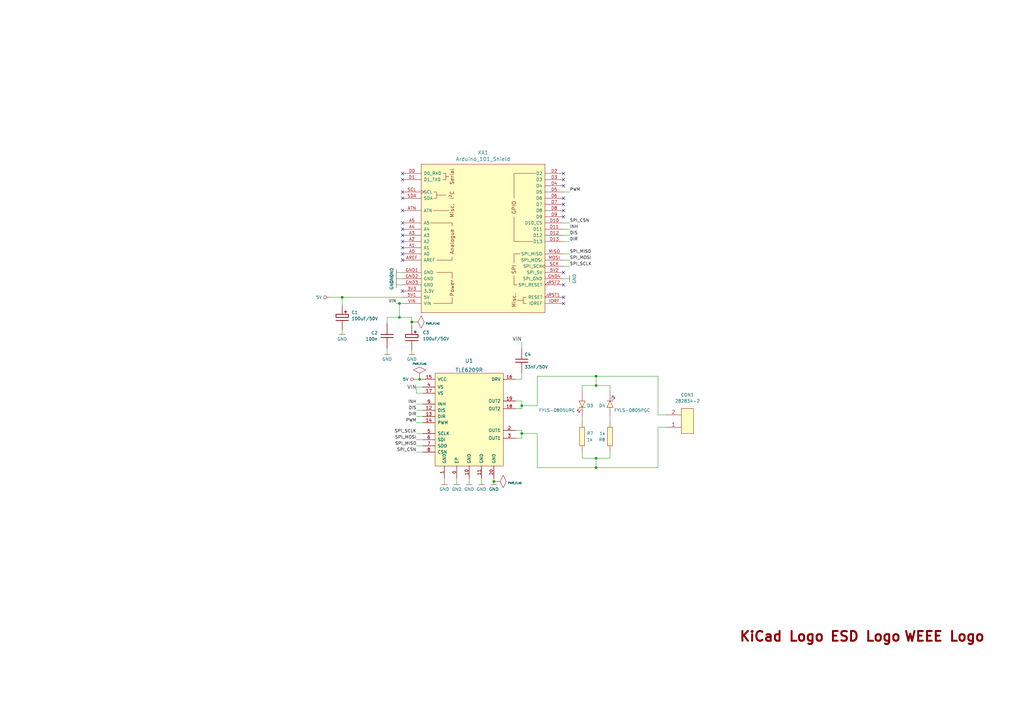
<source format=kicad_sch>
(kicad_sch (version 20211123) (generator eeschema)
  (paper "A3")
  (title_block (title "Full Bridge based on TLE6209R") (date "2022-04-26") (rev "V1.0") (company "Sofjan"))
  (lib_symbols
    (symbol "Capacitors_Smd0603:100n" (pin_numbers hide) (pin_names (offset 0.254))
      (property "Reference" "C" (at 1.27 2.54 0))
      (property "Value" "100n" (at 1.27 -2.54 0))
      (symbol "100n_0_1"
        (polyline (pts (xy 2.54 -0.635) (xy -2.54 -0.635) (xy -2.54 -0.635)) (stroke (width 0.3048)))
        (polyline (pts (xy 2.54 0.635) (xy -2.54 0.635) (xy -2.54 0.635)) (stroke (width 0.3048)))
      )
      (symbol "100n_1_1"
        (pin passive line (at 0 5.08 270) (length 4.4704) (name "~") (number "1"))
        (pin passive line (at 0 -5.08 90) (length 4.4704) (name "~") (number "2"))
      )
    )
    (symbol "Capacitors_Smd0603:33nF" (pin_numbers hide) (pin_names (offset 1.016))
      (property "Reference" "C" (at 2.54 2.54 0))
      (property "Value" "33nF" (at -3.81 0 90))
      (symbol "33nF_1_1"
        (polyline (pts (xy 2.54 -0.635) (xy -2.54 -0.635) (xy -2.54 -0.635)) (stroke (width 0.3048)))
        (polyline (pts (xy 2.54 0.635) (xy -2.54 0.635) (xy -2.54 0.635)) (stroke (width 0.3048)))
        (pin passive line (at 0 5.08 270) (length 4.4704) (name "~") (number "1"))
        (pin passive line (at 0 -5.08 90) (length 4.4704) (name "~") (number "2"))
      )
    )
    (symbol "Capacitors_Smd_Electrolytic:100uF_50V" (pin_numbers hide) (pin_names (offset 1.016) hide)
      (property "Reference" "C" (at 3.175 -4.445 0))
      (property "Value" "100uF_50V" (at 10.541 1.397 0))
      (symbol "100uF_50V_0_1"
        (polyline (pts (xy 1.397 1.524) (xy 1.397 0.508) (xy 1.397 0.508)) (stroke (width 0.3048)))
        (polyline (pts (xy 0.889 1.016) (xy 1.905 1.016) (xy 1.905 1.016) (xy 1.905 1.016)) (stroke (width 0.3048)))
        (rectangle (start 2.54 0) (end -2.54 -1.27) (stroke (width 0.3048)))
      )
      (symbol "100uF_50V_1_1"
        (rectangle (start -2.54 -2.54) (end 2.54 -2.54) (stroke (width 0.3048)))
        (pin passive line (at 0 3.81 270) (length 3.81) (name "~") (number "1"))
        (pin passive line (at 0 -6.35 90) (length 3.81) (name "~") (number "2"))
      )
    )
    (symbol "Diodes:FYLS-0805PGC" (pin_numbers hide) (pin_names (offset 1.016) hide)
      (property "Reference" "D" (at 0 2.54 0))
      (property "Value" "FYLS-0805PGC" (at 0 -3.81 0))
      (symbol "FYLS-0805PGC_0_1"
        (polyline (pts (xy -1.27 1.27) (xy -1.27 -1.27)))
        (polyline (pts (xy 1.27 1.27) (xy 1.27 -1.27)))
        (polyline (pts (xy 2.794 -2.032) (xy 2.159 -1.905)))
        (polyline (pts (xy 3.429 -1.397) (xy 2.794 -1.27)))
        (polyline (pts (xy -1.27 1.27) (xy 1.27 0) (xy -1.27 -1.27)) (fill (type background)))
        (polyline (pts (xy 1.651 -1.016) (xy 2.794 -2.032) (xy 2.667 -1.397)))
        (polyline (pts (xy 2.286 -0.381) (xy 3.429 -1.397) (xy 3.302 -0.762)))
      )
      (symbol "FYLS-0805PGC_1_1"
        (pin passive line (at -5.08 0 0) (length 3.81) (name "A") (number "1"))
        (pin passive line (at 5.08 0 180) (length 3.81) (name "K") (number "2"))
      )
    )
    (symbol "Diodes:FYLS-0805URC" (pin_numbers hide) (pin_names (offset 1.016) hide)
      (property "Reference" "D" (at 0 2.54 0))
      (property "Value" "FYLS-0805URC" (at 0 -3.81 0))
      (symbol "FYLS-0805URC_0_1"
        (polyline (pts (xy -1.27 1.27) (xy -1.27 -1.27)))
        (polyline (pts (xy 1.27 1.27) (xy 1.27 -1.27)))
        (polyline (pts (xy 2.794 -2.032) (xy 2.159 -1.905)))
        (polyline (pts (xy 3.429 -1.397) (xy 2.794 -1.27)))
        (polyline (pts (xy -1.27 1.27) (xy 1.27 0) (xy -1.27 -1.27)) (fill (type background)))
        (polyline (pts (xy 1.651 -1.016) (xy 2.794 -2.032) (xy 2.667 -1.397)))
        (polyline (pts (xy 2.286 -0.381) (xy 3.429 -1.397) (xy 3.302 -0.762)))
      )
      (symbol "FYLS-0805URC_1_1"
        (pin passive line (at -5.08 0 0) (length 3.81) (name "A") (number "1"))
        (pin passive line (at 5.08 0 180) (length 3.81) (name "K") (number "2"))
      )
    )
    (symbol "H_Bridges_Drivers:TLE6209R" (pin_names (offset 1.016))
      (property "Reference" "U" (at 0 22.86 0))
      (property "Value" "TLE6209R" (at 0 20.32 0))
      (symbol "TLE6209R_0_1"
        (rectangle (start -13.97 19.05) (end 13.97 -19.05) (fill (type background)))
      )
      (symbol "TLE6209R_1_1"
        (pin passive line (at -5.08 -24.13 90) (length 5.08) (name "EP") (number "0"))
        (pin power_in line (at -10.16 -24.13 90) (length 5.08) (name "GND") (number "1"))
        (pin power_in line (at 0 -24.13 90) (length 5.08) (name "GND") (number "10"))
        (pin power_in line (at 5.08 -24.13 90) (length 5.08) (name "GND") (number "11"))
        (pin input line (at -19.05 3.81 0) (length 5.08) (name "DIS") (number "12"))
        (pin input line (at -19.05 1.27 0) (length 5.08) (name "DIR") (number "13"))
        (pin input line (at -19.05 -1.27 0) (length 5.08) (name "PWM") (number "14"))
        (pin power_in line (at -19.05 16.51 0) (length 5.08) (name "VCC") (number "15"))
        (pin input line (at 19.05 16.51 180) (length 5.08) (name "DRV") (number "16"))
        (pin power_in line (at -19.05 10.795 0) (length 5.08) (name "VS") (number "17"))
        (pin passive line (at 19.05 4.445 180) (length 5.08) (name "OUT2") (number "18"))
        (pin power_out line (at 19.05 7.62 180) (length 5.08) (name "OUT2") (number "19"))
        (pin power_out line (at 19.05 -4.445 180) (length 5.08) (name "OUT1") (number "2"))
        (pin power_in line (at 10.16 -24.13 90) (length 5.08) (name "GND") (number "20"))
        (pin passive line (at 19.05 -7.62 180) (length 5.08) (name "OUT1") (number "3"))
        (pin power_in line (at -19.05 13.335 0) (length 5.08) (name "VS") (number "4"))
        (pin input line (at -19.05 -5.715 0) (length 5.08) (name "SCLK") (number "5"))
        (pin input line (at -19.05 -8.255 0) (length 5.08) (name "SDI") (number "6"))
        (pin output line (at -19.05 -10.795 0) (length 5.08) (name "SDO") (number "7"))
        (pin input line (at -19.05 -13.335 0) (length 5.08) (name "CSN") (number "8"))
        (pin input line (at -19.05 6.35 0) (length 5.08) (name "INH") (number "9"))
      )
    )
    (symbol "Resistors_Smd0603:1k" (pin_numbers hide) (pin_names (offset 0))
      (property "Reference" "R" (at 2.032 0 90))
      (property "Value" "1k" (at -2.54 0 90))
      (symbol "1k_0_1"
        (rectangle (start -1.016 3.81) (end 1.016 -3.81) (fill (type background)))
      )
      (symbol "1k_1_1"
        (pin passive line (at 0 6.35 270) (length 2.54) (name "~") (number "1"))
        (pin passive line (at 0 -6.35 90) (length 2.54) (name "~") (number "2"))
      )
    )
    (symbol "Symbols:ESD_Logo" (pin_names (offset 1.016))
      (symbol "ESD_Logo_0_0"
        (text "ESD Logo" (at 0.635 0.635 0) (effects (font (size 4 4) bold)))
      )
    )
    (symbol "Symbols:KiCad_Logo" (pin_names (offset 1.016))
      (symbol "KiCad_Logo_0_0"
        (text "KiCad Logo" (at 0.635 0.635 0) (effects (font (size 4 4) bold)))
      )
    )
    (symbol "Symbols:WEEE_Logo" (pin_names (offset 1.016))
      (symbol "WEEE_Logo_0_0"
        (text "WEEE Logo" (at 0.635 0.635 0) (effects (font (size 4 4) bold)))
      )
    )
    (symbol "Terminal_Blocks:282834-2" (pin_names (offset 1.016) hide)
      (property "Reference" "CON" (at 0 8.255 0))
      (property "Value" "282834-2" (at 0 6.35 0))
      (symbol "282834-2_1_1"
        (rectangle (start -2.54 5.08) (end 2.54 -5.08) (fill (type background)))
        (pin passive line (at -8.89 2.54 0) (length 6.35) (name "~") (number "1"))
        (pin passive line (at -8.89 -2.54 0) (length 6.35) (name "~") (number "2"))
      )
    )
    (symbol "arduino:Arduino_101_Shield" (pin_names (offset 1.016))
      (property "Reference" "XA" (at 2.54 0 90))
      (property "Value" "Arduino_101_Shield" (at -2.54 0 90))
      (symbol "Arduino_101_Shield_0_0"
        (rectangle (start -25.4 30.48) (end 25.4 -30.48) (fill (type background)))
        (rectangle (start -20.32 -26.67) (end -12.7 -26.67))
        (rectangle (start -19.05 -13.97) (end -12.7 -13.97))
        (polyline (pts (xy -19.05 17.78) (xy -15.24 17.78)))
        (polyline (pts (xy -15.24 25.4) (xy -13.97 25.4)))
        (polyline (pts (xy -13.97 11.43) (xy -20.32 11.43)))
        (polyline (pts (xy -12.7 -26.67) (xy -12.7 -24.13)))
        (polyline (pts (xy -12.7 -15.24) (xy -12.7 -16.51)))
        (polyline (pts (xy -12.7 -13.97) (xy -12.7 -15.24)))
        (polyline (pts (xy -12.7 -7.62) (xy -12.7 -8.89) (xy -19.05 -8.89)))
        (polyline (pts (xy -12.7 5.08) (xy -12.7 6.35) (xy -21.59 6.35)))
        (polyline (pts (xy 12.7 8.89) (xy 12.7 -1.27) (xy 20.32 -1.27)))
        (polyline (pts (xy 12.7 16.51) (xy 12.7 26.67) (xy 21.59 26.67)))
        (polyline (pts (xy -20.32 19.05) (xy -19.05 19.05) (xy -19.05 16.51) (xy -20.32 16.51)))
        (polyline (pts (xy -16.51 26.67) (xy -15.24 26.67) (xy -15.24 24.13) (xy -16.51 24.13)))
        (rectangle (start 12.7 -19.05) (end 12.7 -15.24))
        (rectangle (start 12.7 -10.16) (end 12.7 -6.35))
        (rectangle (start 13.97 -19.05) (end 12.7 -19.05))
        (rectangle (start 15.24 -6.35) (end 12.7 -6.35))
        (rectangle (start 16.51 -25.4) (end 13.97 -25.4))
        (rectangle (start 16.51 -24.13) (end 16.51 -26.67))
        (rectangle (start 17.78 -26.67) (end 16.51 -26.67))
        (rectangle (start 17.78 -24.13) (end 16.51 -24.13))
        (text "Analogue" (at -12.7 -1.27 900) (effects (font (size 1.524 1.524))))
        (text "I²C" (at -12.7 17.78 900) (effects (font (size 1.524 1.524))))
        (text "Misc." (at -12.7 11.43 900) (effects (font (size 1.524 1.524))))
        (text "Misc." (at 12.7 -25.4 900) (effects (font (size 1.524 1.524))))
        (text "Power" (at -12.7 -20.32 900) (effects (font (size 1.524 1.524))))
        (text "Serial" (at -12.7 25.4 900) (effects (font (size 1.524 1.524))))
        (text "SPI" (at 12.7 -12.7 900) (effects (font (size 1.524 1.524))))
      )
      (symbol "Arduino_101_Shield_1_0"
        (text "GPIO" (at 12.7 12.7 900) (effects (font (size 1.524 1.524))))
      )
      (symbol "Arduino_101_Shield_1_1"
        (pin power_in line (at -33.02 -21.59 0) (length 7.62) (name "3.3V") (number "3V3"))
        (pin power_in line (at -33.02 -24.13 0) (length 7.62) (name "5V") (number "5V1"))
        (pin power_in line (at 33.02 -13.97 180) (length 7.62) (name "SPI_5V") (number "5V2"))
        (pin bidirectional line (at -33.02 -6.35 0) (length 7.62) (name "A0") (number "A0"))
        (pin bidirectional line (at -33.02 -3.81 0) (length 7.62) (name "A1") (number "A1"))
        (pin bidirectional line (at -33.02 -1.27 0) (length 7.62) (name "A2") (number "A2"))
        (pin bidirectional line (at -33.02 1.27 0) (length 7.62) (name "A3") (number "A3"))
        (pin bidirectional line (at -33.02 3.81 0) (length 7.62) (name "A4") (number "A4"))
        (pin bidirectional line (at -33.02 6.35 0) (length 7.62) (name "A5") (number "A5"))
        (pin input line (at -33.02 -8.89 0) (length 7.62) (name "AREF") (number "AREF"))
        (pin bidirectional line (at -33.02 11.43 0) (length 7.62) (name "ATN") (number "ATN"))
        (pin bidirectional line (at -33.02 26.67 0) (length 7.62) (name "D0_RX0") (number "D0"))
        (pin bidirectional line (at -33.02 24.13 0) (length 7.62) (name "D1_TX0") (number "D1"))
        (pin bidirectional line (at 33.02 6.35 180) (length 7.62) (name "D10_CS") (number "D10"))
        (pin bidirectional line (at 33.02 3.81 180) (length 7.62) (name "D11") (number "D11"))
        (pin bidirectional line (at 33.02 1.27 180) (length 7.62) (name "D12") (number "D12"))
        (pin bidirectional line (at 33.02 -1.27 180) (length 7.62) (name "D13") (number "D13"))
        (pin bidirectional line (at 33.02 26.67 180) (length 7.62) (name "D2") (number "D2"))
        (pin bidirectional line (at 33.02 24.13 180) (length 7.62) (name "D3") (number "D3"))
        (pin bidirectional line (at 33.02 21.59 180) (length 7.62) (name "D4") (number "D4"))
        (pin bidirectional line (at 33.02 19.05 180) (length 7.62) (name "D5") (number "D5"))
        (pin bidirectional line (at 33.02 16.51 180) (length 7.62) (name "D6") (number "D6"))
        (pin bidirectional line (at 33.02 13.97 180) (length 7.62) (name "D7") (number "D7"))
        (pin bidirectional line (at 33.02 11.43 180) (length 7.62) (name "D8") (number "D8"))
        (pin bidirectional line (at 33.02 8.89 180) (length 7.62) (name "D9") (number "D9"))
        (pin power_in line (at -33.02 -13.97 0) (length 7.62) (name "GND") (number "GND1"))
        (pin power_in line (at -33.02 -16.51 0) (length 7.62) (name "GND") (number "GND2"))
        (pin power_in line (at -33.02 -19.05 0) (length 7.62) (name "GND") (number "GND3"))
        (pin power_in line (at 33.02 -16.51 180) (length 7.62) (name "SPI_GND") (number "GND4"))
        (pin output line (at 33.02 -26.67 180) (length 7.62) (name "IOREF") (number "IORF"))
        (pin input line (at 33.02 -6.35 180) (length 7.62) (name "SPI_MISO") (number "MISO"))
        (pin output line (at 33.02 -8.89 180) (length 7.62) (name "SPI_MOSI") (number "MOSI"))
        (pin input input_low (at 33.02 -24.13 180) (length 7.62) (name "RESET") (number "RST1"))
        (pin open_collector input_low (at 33.02 -19.05 180) (length 7.62) (name "SPI_RESET") (number "RST2"))
        (pin output clock (at 33.02 -11.43 180) (length 7.62) (name "SPI_SCK") (number "SCK"))
        (pin bidirectional clock (at -33.02 19.05 0) (length 7.62) (name "SCL") (number "SCL"))
        (pin bidirectional line (at -33.02 16.51 0) (length 7.62) (name "SDA") (number "SDA"))
        (pin power_in line (at -33.02 -26.67 0) (length 7.62) (name "VIN") (number "VIN"))
      )
    )
    (symbol "power:5V" (power) (pin_names (offset 0))
      (property "Value" "5V" (at 0 3.81 0))
      (symbol "5V_0_0"
        (pin power_in line (at 0 0 90) (length 0) hide (name "5V") (number "1"))
      )
      (symbol "5V_0_1"
        (polyline (pts (xy 0 1.27) (xy 0 0)))
        (circle (center 0 1.905) (radius 0.635))
      )
    )
    (symbol "power:GND" (power) (pin_names (offset 0))
      (symbol "GND_0_1"
        (polyline (pts (xy -1.27 0) (xy 1.27 0)))
      )
      (symbol "GND_1_1"
        (pin power_in line (at 0 0 180) (length 0) hide (name "GND") (number "1"))
      )
    )
    (symbol "power:PWR_FLAG" (power) (pin_numbers hide) (pin_names (offset 0) hide)
      (property "Value" "PWR_FLAG" (at 0 5.842 0))
      (symbol "PWR_FLAG_0_0"
        (pin power_out line (at 0 0 90) (length 0) (name "pwr") (number "1"))
      )
      (symbol "PWR_FLAG_0_1"
        (polyline (pts (xy 0 0) (xy 0 2.54) (xy 0 2.54)))
        (polyline (pts (xy 0 2.54) (xy -2.54 3.81) (xy 0 5.08) (xy 2.54 3.81) (xy 0 2.54)))
      )
    )
  )
  (junction (at 213.995 177.8))
  (junction (at 168.91 132.08))
  (junction (at 202.565 197.485))
  (junction (at 244.475 158.115))
  (junction (at 163.83 130.175))
  (junction (at 244.475 187.96))
  (junction (at 163.83 124.46))
  (junction (at 172.085 155.575))
  (junction (at 213.995 166.37))
  (junction (at 244.475 191.77))
  (junction (at 244.475 154.305))
  (junction (at 140.335 121.92))
  (no_connect (at 165.1 93.98))
  (no_connect (at 165.1 91.44))
  (no_connect (at 165.1 86.36))
  (no_connect (at 165.1 71.12))
  (no_connect (at 165.1 78.74))
  (no_connect (at 165.1 73.66))
  (no_connect (at 165.1 81.28))
  (no_connect (at 231.14 83.82))
  (no_connect (at 231.14 73.66))
  (no_connect (at 231.14 86.36))
  (no_connect (at 231.14 81.28))
  (no_connect (at 231.14 71.12))
  (no_connect (at 231.14 88.9))
  (no_connect (at 231.14 111.76))
  (no_connect (at 231.14 116.84))
  (no_connect (at 231.14 121.92))
  (no_connect (at 231.14 124.46))
  (no_connect (at 231.14 76.2))
  (no_connect (at 165.1 119.38))
  (no_connect (at 165.1 99.06))
  (no_connect (at 165.1 96.52))
  (no_connect (at 165.1 101.6))
  (no_connect (at 165.1 104.14))
  (no_connect (at 165.1 106.68))
  (wire (pts (xy 158.75 130.175) (xy 158.75 132.715)))
  (wire (pts (xy 211.455 155.575) (xy 213.995 155.575)))
  (wire (pts (xy 213.995 177.8) (xy 213.995 179.705)))
  (wire (pts (xy 269.875 175.26) (xy 269.875 191.77)))
  (wire (pts (xy 168.91 143.51) (xy 168.91 145.415)))
  (wire (pts (xy 168.91 133.35) (xy 168.91 132.08)))
  (wire (pts (xy 170.815 180.34) (xy 173.355 180.34)))
  (wire (pts (xy 211.455 164.465) (xy 213.995 164.465)))
  (wire (pts (xy 244.475 191.77) (xy 244.475 187.96)))
  (wire (pts (xy 273.05 175.26) (xy 269.875 175.26)))
  (wire (pts (xy 202.565 197.485) (xy 202.565 198.755)))
  (wire (pts (xy 250.19 158.115) (xy 250.19 160.655)))
  (wire (pts (xy 170.815 168.275) (xy 173.355 168.275)))
  (wire (pts (xy 170.815 182.88) (xy 173.355 182.88)))
  (wire (pts (xy 238.76 170.815) (xy 238.76 172.72)))
  (wire (pts (xy 197.485 196.215) (xy 197.485 198.755)))
  (wire (pts (xy 244.475 187.96) (xy 250.19 187.96)))
  (wire (pts (xy 269.875 191.77) (xy 244.475 191.77)))
  (wire (pts (xy 165.1 116.84) (xy 162.56 116.84)))
  (wire (pts (xy 170.815 170.815) (xy 173.355 170.815)))
  (wire (pts (xy 244.475 154.305) (xy 269.875 154.305)))
  (wire (pts (xy 213.995 176.53) (xy 213.995 177.8)))
  (wire (pts (xy 135.255 121.92) (xy 140.335 121.92)))
  (wire (pts (xy 140.335 135.255) (xy 140.335 137.16)))
  (wire (pts (xy 187.325 196.215) (xy 187.325 198.755)))
  (wire (pts (xy 269.875 170.18) (xy 273.05 170.18)))
  (wire (pts (xy 170.815 177.8) (xy 173.355 177.8)))
  (wire (pts (xy 202.565 196.215) (xy 202.565 197.485)))
  (wire (pts (xy 140.335 121.92) (xy 165.1 121.92)))
  (wire (pts (xy 250.19 185.42) (xy 250.19 187.96)))
  (wire (pts (xy 244.475 187.96) (xy 238.76 187.96)))
  (wire (pts (xy 213.995 153.035) (xy 213.995 155.575)))
  (wire (pts (xy 244.475 158.115) (xy 250.19 158.115)))
  (wire (pts (xy 231.14 96.52) (xy 233.68 96.52)))
  (wire (pts (xy 170.815 161.29) (xy 173.355 161.29)))
  (wire (pts (xy 158.75 142.875) (xy 158.75 145.415)))
  (wire (pts (xy 192.405 196.215) (xy 192.405 198.755)))
  (wire (pts (xy 140.335 125.095) (xy 140.335 121.92)))
  (wire (pts (xy 238.76 160.655) (xy 238.76 158.115)))
  (wire (pts (xy 163.83 124.46) (xy 163.83 130.175)))
  (wire (pts (xy 173.355 158.75) (xy 170.815 158.75)))
  (wire (pts (xy 182.245 196.215) (xy 182.245 198.755)))
  (wire (pts (xy 250.19 172.72) (xy 250.19 170.815)))
  (wire (pts (xy 213.995 179.705) (xy 211.455 179.705)))
  (wire (pts (xy 231.14 99.06) (xy 233.68 99.06)))
  (wire (pts (xy 213.995 166.37) (xy 220.345 166.37)))
  (wire (pts (xy 233.68 78.74) (xy 231.14 78.74)))
  (wire (pts (xy 168.91 132.08) (xy 168.91 130.175)))
  (wire (pts (xy 213.995 140.335) (xy 213.995 142.875)))
  (wire (pts (xy 165.1 111.76) (xy 162.56 111.76)))
  (wire (pts (xy 231.14 93.98) (xy 233.68 93.98)))
  (wire (pts (xy 163.83 130.175) (xy 158.75 130.175)))
  (wire (pts (xy 233.68 109.22) (xy 231.14 109.22)))
  (wire (pts (xy 213.995 177.8) (xy 220.345 177.8)))
  (wire (pts (xy 220.345 154.305) (xy 244.475 154.305)))
  (wire (pts (xy 220.345 166.37) (xy 220.345 154.305)))
  (wire (pts (xy 220.345 191.77) (xy 244.475 191.77)))
  (wire (pts (xy 168.91 130.175) (xy 163.83 130.175)))
  (wire (pts (xy 162.56 124.46) (xy 163.83 124.46)))
  (wire (pts (xy 213.995 166.37) (xy 213.995 167.64)))
  (wire (pts (xy 170.815 158.75) (xy 170.815 161.29)))
  (wire (pts (xy 213.995 164.465) (xy 213.995 166.37)))
  (wire (pts (xy 170.815 173.355) (xy 173.355 173.355)))
  (wire (pts (xy 244.475 158.115) (xy 244.475 154.305)))
  (wire (pts (xy 231.14 106.68) (xy 233.68 106.68)))
  (wire (pts (xy 238.76 187.96) (xy 238.76 185.42)))
  (wire (pts (xy 170.815 155.575) (xy 172.085 155.575)))
  (wire (pts (xy 163.83 124.46) (xy 165.1 124.46)))
  (wire (pts (xy 231.14 114.3) (xy 233.68 114.3)))
  (wire (pts (xy 170.815 185.42) (xy 173.355 185.42)))
  (wire (pts (xy 220.345 177.8) (xy 220.345 191.77)))
  (wire (pts (xy 211.455 176.53) (xy 213.995 176.53)))
  (wire (pts (xy 170.815 165.735) (xy 173.355 165.735)))
  (wire (pts (xy 233.68 91.44) (xy 231.14 91.44)))
  (wire (pts (xy 231.14 104.14) (xy 233.68 104.14)))
  (wire (pts (xy 165.1 114.3) (xy 162.56 114.3)))
  (wire (pts (xy 269.875 154.305) (xy 269.875 170.18)))
  (wire (pts (xy 172.085 155.575) (xy 173.355 155.575)))
  (wire (pts (xy 238.76 158.115) (xy 244.475 158.115)))
  (wire (pts (xy 213.995 167.64) (xy 211.455 167.64)))
  (label "SPI_SCLK" (at 170.815 177.8 180))
  (label "INH" (at 233.68 93.98 0))
  (label "DIR" (at 170.815 170.815 180))
  (label "SPI_MISO" (at 170.815 182.88 180))
  (label "PWM" (at 170.815 173.355 180))
  (label "SPI_SCLK" (at 233.68 109.22 0))
  (label "DIS" (at 170.815 168.275 180))
  (label "DIS" (at 233.68 96.52 0))
  (label "VIN" (at 213.995 140.335 180) (effects (font (size 1.524 1.524))))
  (label "SPI_MISO" (at 233.68 104.14 0))
  (label "PWM" (at 233.68 78.74 0))
  (label "SPI_MOSI" (at 233.68 106.68 0))
  (label "VIN" (at 170.815 160.02 180) (effects (font (size 1.524 1.524))))
  (label "INH" (at 170.815 165.735 180))
  (label "SPI_CSN" (at 170.815 185.42 180))
  (label "SPI_MOSI" (at 170.815 180.34 180))
  (label "DIR" (at 233.68 99.06 0))
  (label "VIN" (at 162.56 124.46 180))
  (label "SPI_CSN" (at 233.68 91.44 0))
  (symbol (lib_id "Capacitors_Smd0603:100n") (at 158.75 137.795 0) (unit 1)
    (property "Reference" "C2" (at 154.94 136.5249 0) (effects (justify right)))
    (property "Value" "100n" (at 154.94 139.0649 0) (effects (justify right)))
    (property "Footprint" "Capacitors_Smd_0603:100nF_0603" (effects hide))
    (property "Datasheet" "https://www.tme.eu/Document/4a42202b32dab16128fe107dd69598cc/samsung-chip-cap.pdf" (effects hide))
    (property "Manufacturer" "SAMSUNG" (effects hide))
    (property "Manufacturer Part Number" "CL10B104JB8NNNC" (effects hide))
    (property "Supplier" "TME" (effects hide))
    (property "Supplier Part Number" "CL10B104JB8NNNC" (effects hide))
    (property "URL" "https://www.tme.eu/pl/details/cl10b104jb8nnnc/kondensatory-mlcc-smd-0603/samsung/" (effects hide))
    (property "Price@1pc" "0,04540" (effects hide))
    (property "Price@1000pcs" "0,02231" (effects hide))
    (property "Package" "0603" (effects hide))
    (property "LCSC Part #(optional)" "C191538" (effects hide))
  )
  (symbol (lib_id "power:GND") (at 187.325 198.755 0) (unit 1)
    (property "Reference" "#PWR0104" (effects hide))
    (property "Value" "GND" (at 187.325 200.66 0))
  )
  (symbol (lib_id "H_Bridges_Drivers:TLE6209R") (at 192.405 172.085 0) (unit 1)
    (property "Reference" "U1" (at 192.405 147.955 0) (effects (font (size 1.524 1.524))))
    (property "Value" "TLE6209R" (at 192.405 151.765 0) (effects (font (size 1.524 1.524))))
    (property "Footprint" "H_Bridges_Drivers:TLE6209R" (effects hide))
    (property "Datasheet" "https://www.mouser.pl/datasheet/2/196/Infineon-TLE6209R-DS-v03_02-en-1226672.pdf" (effects hide))
    (property "Manufacturer" "Infineon Technologies" (effects hide))
    (property "Manufacturer Part Nummber" "TLE6209R" (effects hide))
    (property "Supplier" "Mouser" (effects hide))
    (property "Supplier Part Number" "726-TLE6209R" (effects hide))
    (property "URL" "https://www.mouser.pl/ProductDetail/Infineon-Technologies/TLE6209R?qs=3D22qUCSisBhIiety5p7gA%3D%3D" (effects hide))
    (property "Price@1pc" "10,68" (effects hide))
    (property "Price@1000pcs" "8,33" (effects hide))
    (property "Developer" "MW" (effects hide))
    (property "Package" "PG-DSO-20-37" (effects hide))
    (property "LCSC Part #(optional)" "C106792" (effects hide))
  )
  (symbol (lib_id "Capacitors_Smd_Electrolytic:100uF_50V") (at 140.335 128.905 0) (unit 1)
    (property "Reference" "C1" (at 144.145 128.1429 0) (effects (justify left)))
    (property "Value" "100uF/50V" (at 144.145 130.6829 0) (effects (justify left)))
    (property "Footprint" "Smd_Electrolytic:100uF_50V_Size_C_8x10" (effects hide))
    (property "Datasheet" "https://www.tme.eu/Document/aac1e387ce18b346062dc6a9fcbcf88f/sc.pdf" (effects hide))
    (property "Manufacturer" "SAMWHA" (effects hide))
    (property "Manufacturer Part Number" "SC1H107M08010VR" (effects hide))
    (property "Supplier" "TME" (effects hide))
    (property "Supplier Part Number" "SC1H107M08010VR" (effects hide))
    (property "URL" "https://www.tme.eu/pl/details/sc1h107m08010vr/kondensatory-elektrolityczne-smd-85degc/samwha/" (effects hide))
    (property "Price@1pc" "0,54126" (effects hide))
    (property "Price@1000pcs" "0,33020" (effects hide))
    (property "Developer" "MW" (effects hide))
    (property "Package" "Ø8x10mm" (effects hide))
    (property "LCSC Part #(optional)" "C311622" (effects hide))
  )
  (symbol (lib_id "Capacitors_Smd_Electrolytic:100uF_50V") (at 168.91 137.16 0) (unit 1)
    (property "Reference" "C3" (at 173.355 136.3979 0) (effects (justify left)))
    (property "Value" "100uF/50V" (at 173.355 138.9379 0) (effects (justify left)))
    (property "Footprint" "Smd_Electrolytic:100uF_50V_Size_C_8x10" (effects hide))
    (property "Datasheet" "https://www.tme.eu/Document/aac1e387ce18b346062dc6a9fcbcf88f/sc.pdf" (effects hide))
    (property "Manufacturer" "SAMWHA" (effects hide))
    (property "Manufacturer Part Number" "SC1H107M08010VR" (effects hide))
    (property "Supplier" "TME" (effects hide))
    (property "Supplier Part Number" "SC1H107M08010VR" (effects hide))
    (property "URL" "https://www.tme.eu/pl/details/sc1h107m08010vr/kondensatory-elektrolityczne-smd-85degc/samwha/" (effects hide))
    (property "Price@1pc" "0,54126" (effects hide))
    (property "Price@1000pcs" "0,33020" (effects hide))
    (property "Developer" "MW" (effects hide))
    (property "Package" "Ø8x10mm" (effects hide))
    (property "LCSC Part #(optional)" "C311622" (effects hide))
  )
  (symbol (lib_id "power:GND") (at 158.75 145.415 0) (unit 1)
    (property "Reference" "#PWR0108" (effects hide))
    (property "Value" "GND" (at 158.75 147.32 0))
  )
  (symbol (lib_id "Symbols:KiCad_Logo") (at 320.04 261.62 0) (unit 1)
    (property "Reference" "Lg1" (effects hide))
    (property "Value" "KiCad_Logo" (effects hide))
    (property "Footprint" "Symbols:KiCad-Logo2_6mm_SilkScreen" (effects hide))
  )
  (symbol (lib_id "power:GND") (at 140.335 137.16 0) (unit 1)
    (property "Reference" "#PWR0109" (effects hide))
    (property "Value" "GND" (at 140.335 139.065 0))
  )
  (symbol (lib_id "power:GND") (at 202.565 198.755 0) (unit 1)
    (property "Reference" "#PWR0101" (effects hide))
    (property "Value" "GND" (at 202.565 200.66 0))
  )
  (symbol (lib_id "power:GND") (at 162.56 114.3 270) (unit 1)
    (property "Reference" "#PWR0113" (effects hide))
    (property "Value" "GND" (at 160.655 114.3 0))
  )
  (symbol (lib_id "power:GND") (at 197.485 198.755 0) (unit 1)
    (property "Reference" "#PWR0102" (effects hide))
    (property "Value" "GND" (at 197.485 200.66 0))
  )
  (symbol (lib_id "power:PWR_FLAG") (at 168.91 132.08 270) (unit 1)
    (property "Reference" "#FLG0101" (effects hide))
    (property "Value" "PWR_FLAG" (at 174.625 132.715 90) (effects (font (size 0.762 0.762)) (justify left)))
  )
  (symbol (lib_id "power:GND") (at 162.56 111.76 270) (unit 1)
    (property "Reference" "#PWR0114" (effects hide))
    (property "Value" "GND" (at 160.655 111.76 0))
  )
  (symbol (lib_id "Capacitors_Smd0603:33nF") (at 213.995 147.955 180) (unit 1)
    (property "Reference" "C4" (at 217.805 145.415 0) (effects (justify left)))
    (property "Value" "33nF/50V" (at 224.79 150.495 0) (effects (justify left)))
    (property "Footprint" "Capacitors_Smd_0603:33nF_0603" (effects hide))
    (property "Datasheet" "https://www.tme.eu/Document/667fe6e7748c0ed1675574c6bf64b751/AVX_X7R.pdf" (effects hide))
    (property "Manufacturer" "AVX" (effects hide))
    (property "Manufacturer Part Number" "06035C333KAT2A" (effects hide))
    (property "Supplier" "Tme" (effects hide))
    (property "Supplier Part Number" "06035C333KAT2A" (effects hide))
    (property "URL" "https://www.tme.eu/pl/details/06035c333kat2a/kondensatory-mlcc-smd-0603/avx/" (effects hide))
    (property "Price@1pc" "0,13" (effects hide))
    (property "Price@1000pcs" "0,05" (effects hide))
    (property "Developer" "MW" (effects hide))
    (property "Package" "0603" (effects hide))
    (property "LCSC Part #(optional)" "C165071" (effects hide))
  )
  (symbol (lib_id "power:GND") (at 233.68 114.3 90) (unit 1)
    (property "Reference" "#PWR0111" (effects hide))
    (property "Value" "GND" (at 235.585 114.3 0))
  )
  (symbol (lib_id "power:5V") (at 170.815 155.575 90) (unit 1)
    (property "Reference" "#PWR0106" (effects hide))
    (property "Value" "5V" (at 167.64 155.5749 90) (effects (justify left)))
  )
  (symbol (lib_id "Resistors_Smd0603:1k") (at 250.19 179.07 180) (unit 1)
    (property "Reference" "R8" (at 248.285 180.3401 0) (effects (justify left)))
    (property "Value" "1k" (at 248.285 177.8001 0) (effects (justify left)))
    (property "Footprint" "Resistor_Smd_0603:1k_0603" (effects hide))
    (property "Datasheet" "https://www.tme.eu/Document/b315665a56acbc42df513c99b390ad98/ROYALOHM-THICKFILM.pdf" (effects hide))
    (property "Manufacturer" "ROYAL OHM" (effects hide))
    (property "Manufacturer Part Number" "0603SAF1001T5E" (effects hide))
    (property "Supplier" "TME" (effects hide))
    (property "Supplier Part Number" "SMD0603-1K-1%" (effects hide))
    (property "URL" "https://www.tme.eu/pl/details/smd0603-1k-1%2525/rezystory-smd-0603/royal-ohm/0603saf1001t5e/" (effects hide))
    (property "Price@1pc" "0,04693" (effects hide))
    (property "Price@1000pcs" "0,01269" (effects hide))
    (property "Package" "0603" (effects hide))
  )
  (symbol (lib_id "power:GND") (at 162.56 116.84 270) (unit 1)
    (property "Reference" "#PWR0112" (effects hide))
    (property "Value" "GND" (at 160.655 116.84 0))
  )
  (symbol (lib_id "power:PWR_FLAG") (at 202.565 197.485 270) (unit 1)
    (property "Reference" "#FLG0103" (effects hide))
    (property "Value" "PWR_FLAG" (at 208.28 198.12 90) (effects (font (size 0.762 0.762)) (justify left)))
  )
  (symbol (lib_id "Diodes:FYLS-0805PGC") (at 250.19 165.735 90) (unit 1)
    (property "Reference" "D4" (at 248.285 166.37 90) (effects (justify left)))
    (property "Value" "FYLS-0805PGC" (at 266.7 168.275 90) (effects (justify left)))
    (property "Footprint" "Diodes:FYLS-0805PGC" (effects hide))
    (property "Datasheet" "https://www.tme.eu/Document/95107f7dee964052a5b293776597788f/FYLS-0805PGC.pdf" (effects hide))
    (property "Manufacturer" "FORYARD" (effects hide))
    (property "Manufacturer Part Number" "FYLS-0805PGC" (effects hide))
    (property "Supplier" "Tme" (effects hide))
    (property "Supplier Part Number" "FYLS-0805PGC" (effects hide))
    (property "URL" "https://www.tme.eu/pl/en/details/fyls-0805pgc/smd-colour-leds/foryard/" (effects hide))
    (property "Price@1pc" "0,26" (effects hide))
    (property "Price@1000pcs" "0,11" (effects hide))
    (property "Developer" "MW" (effects hide))
    (property "Package" "0805" (effects hide))
    (property "LCSC Part #(optional)" "C84260" (effects hide))
  )
  (symbol (lib_id "Symbols:WEEE_Logo") (at 386.715 261.62 0) (unit 1)
    (property "Reference" "Lg3" (effects hide))
    (property "Value" "WEEE_Logo" (effects hide))
    (property "Footprint" "Symbols:WEEE-Logo_8.4x12mm_SilkScreen" (effects hide))
  )
  (symbol (lib_id "power:GND") (at 192.405 198.755 0) (unit 1)
    (property "Reference" "#PWR0103" (effects hide))
    (property "Value" "GND" (at 192.405 200.66 0))
  )
  (symbol (lib_id "arduino:Arduino_101_Shield") (at 198.12 97.79 0) (unit 1)
    (property "Reference" "XA1" (at 198.12 62.5602 0) (effects (font (size 1.524 1.524))))
    (property "Value" "Arduino_101_Shield" (at 198.12 65.2526 0) (effects (font (size 1.524 1.524))))
    (property "Footprint" "Arduino:Arduino_101_Shield" (effects hide))
  )
  (symbol (lib_id "power:5V") (at 135.255 121.92 90) (unit 1)
    (property "Reference" "#PWR0110" (effects hide))
    (property "Value" "5V" (at 132.08 121.9199 90) (effects (justify left)))
  )
  (symbol (lib_id "Terminal_Blocks:282834-2") (at 281.94 172.72 0) (mirror x) (unit 1)
    (property "Reference" "CON1" (at 281.94 161.925 0))
    (property "Value" "282834-2" (at 281.94 164.465 0))
    (property "Footprint" "TerminalBlock_P2.54:282834-2" (effects hide))
    (property "Datasheet" "https://www.tme.eu/Document/b025d814e6e02fd8f5ecd50bdcea5964/ENG_CD_282834_C1.pdf" (effects hide))
    (property "Manufacturer" "TE" (effects hide))
    (property "Manufacturer Part Number" "282834-2" (effects hide))
    (property "Supplier" "Tme" (effects hide))
    (property "Supplier Part Number" "282834-2" (effects hide))
    (property "URL" "https://www.tme.eu/pl/details/282834-2/listwy-zaciskowe-do-druku/te-connectivity/" (effects hide))
    (property "Price@1pc" "4,69" (effects hide))
    (property "Price@1000pcs" "2,16" (effects hide))
    (property "Developer" "MW" (effects hide))
    (property "Package" "5.54x6.5x10mm" (effects hide))
  )
  (symbol (lib_id "Resistors_Smd0603:1k") (at 238.76 179.07 0) (unit 1)
    (property "Reference" "R7" (at 240.665 177.7999 0) (effects (justify left)))
    (property "Value" "1k" (at 240.665 180.3399 0) (effects (justify left)))
    (property "Footprint" "Resistor_Smd_0603:1k_0603" (effects hide))
    (property "Datasheet" "https://www.tme.eu/Document/b315665a56acbc42df513c99b390ad98/ROYALOHM-THICKFILM.pdf" (effects hide))
    (property "Manufacturer" "ROYAL OHM" (effects hide))
    (property "Manufacturer Part Number" "0603SAF1001T5E" (effects hide))
    (property "Supplier" "TME" (effects hide))
    (property "Supplier Part Number" "SMD0603-1K-1%" (effects hide))
    (property "URL" "https://www.tme.eu/pl/details/smd0603-1k-1%2525/rezystory-smd-0603/royal-ohm/0603saf1001t5e/" (effects hide))
    (property "Price@1pc" "0,04693" (effects hide))
    (property "Price@1000pcs" "0,01269" (effects hide))
    (property "Package" "0603" (effects hide))
  )
  (symbol (lib_id "Diodes:FYLS-0805URC") (at 238.76 165.735 270) (unit 1)
    (property "Reference" "D3" (at 240.665 166.37 90) (effects (justify left)))
    (property "Value" "FYLS-0805URC" (at 220.98 168.275 90) (effects (justify left)))
    (property "Footprint" "Diodes:FYLS-0805URC" (effects hide))
    (property "Datasheet" "https://www.tme.eu/Document/5eb6e25b72218ec4ff9ab6f5567f254a/FYLS-0805URC.pdf" (effects hide))
    (property "Manufacturer" "FORYARD" (effects hide))
    (property "Manufacturer Part Number" "FYLS-0805URC" (effects hide))
    (property "Supplier" "Tme" (effects hide))
    (property "Supplier Part Number" "FYLS-0805URC" (effects hide))
    (property "URL" "https://www.tme.eu/pl/en/details/fyls-0805urc/smd-colour-leds/foryard/" (effects hide))
    (property "Price@1pc" "0,26" (effects hide))
    (property "Price@1000pcs" "0,11" (effects hide))
    (property "Developer" "MW" (effects hide))
    (property "Package" "0805" (effects hide))
    (property "LCSC Part #(optional)" "C389523" (effects hide))
  )
  (symbol (lib_id "power:GND") (at 182.245 198.755 0) (unit 1)
    (property "Reference" "#PWR0105" (effects hide))
    (property "Value" "GND" (at 182.245 200.66 0))
  )
  (symbol (lib_id "power:PWR_FLAG") (at 172.085 155.575 0) (unit 1)
    (property "Reference" "#FLG0102" (effects hide))
    (property "Value" "PWR_FLAG" (at 172.085 149.225 0) (effects (font (size 0.762 0.762))))
  )
  (symbol (lib_id "Symbols:ESD_Logo") (at 354.33 261.62 0) (unit 1)
    (property "Reference" "Lg2" (effects hide))
    (property "Value" "ESD_Logo" (effects hide))
    (property "Footprint" "Symbols:ESD-Logo_13.2x12mm_SilkScreen" (effects hide))
  )
  (symbol (lib_id "power:GND") (at 168.91 145.415 0) (unit 1)
    (property "Reference" "#PWR0107" (effects hide))
    (property "Value" "GND" (at 168.91 147.32 0))
  )
)
</source>
